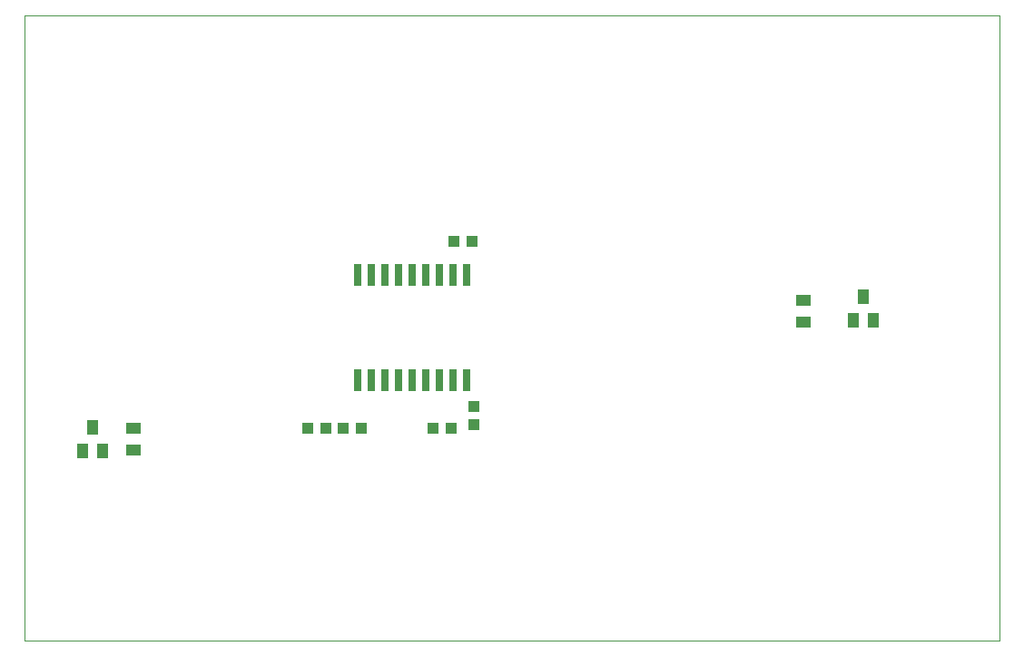
<source format=gbp>
G75*
%MOIN*%
%OFA0B0*%
%FSLAX25Y25*%
%IPPOS*%
%LPD*%
%AMOC8*
5,1,8,0,0,1.08239X$1,22.5*
%
%ADD10C,0.00000*%
%ADD11R,0.04331X0.03937*%
%ADD12R,0.03937X0.04331*%
%ADD13R,0.02600X0.08000*%
%ADD14R,0.05512X0.04331*%
%ADD15R,0.03937X0.05512*%
D10*
X0062595Y0011650D02*
X0062595Y0241150D01*
X0420595Y0241150D01*
X0420595Y0011650D01*
X0062595Y0011650D01*
D11*
X0166749Y0089650D03*
X0173442Y0089650D03*
X0179749Y0089650D03*
X0186442Y0089650D03*
X0212749Y0089650D03*
X0219442Y0089650D03*
X0220249Y0158150D03*
X0226942Y0158150D03*
D12*
X0227595Y0097496D03*
X0227595Y0090804D03*
D13*
X0225095Y0107350D03*
X0220095Y0107350D03*
X0215095Y0107350D03*
X0210095Y0107350D03*
X0205095Y0107350D03*
X0200095Y0107350D03*
X0195095Y0107350D03*
X0190095Y0107350D03*
X0185095Y0107350D03*
X0185095Y0145950D03*
X0190095Y0145950D03*
X0195095Y0145950D03*
X0200095Y0145950D03*
X0205095Y0145950D03*
X0210095Y0145950D03*
X0215095Y0145950D03*
X0220095Y0145950D03*
X0225095Y0145950D03*
D14*
X0348595Y0136587D03*
X0348595Y0128713D03*
X0102595Y0089587D03*
X0102595Y0081713D03*
D15*
X0091335Y0081319D03*
X0083855Y0081319D03*
X0087595Y0089981D03*
X0366855Y0129319D03*
X0374335Y0129319D03*
X0370595Y0137981D03*
M02*

</source>
